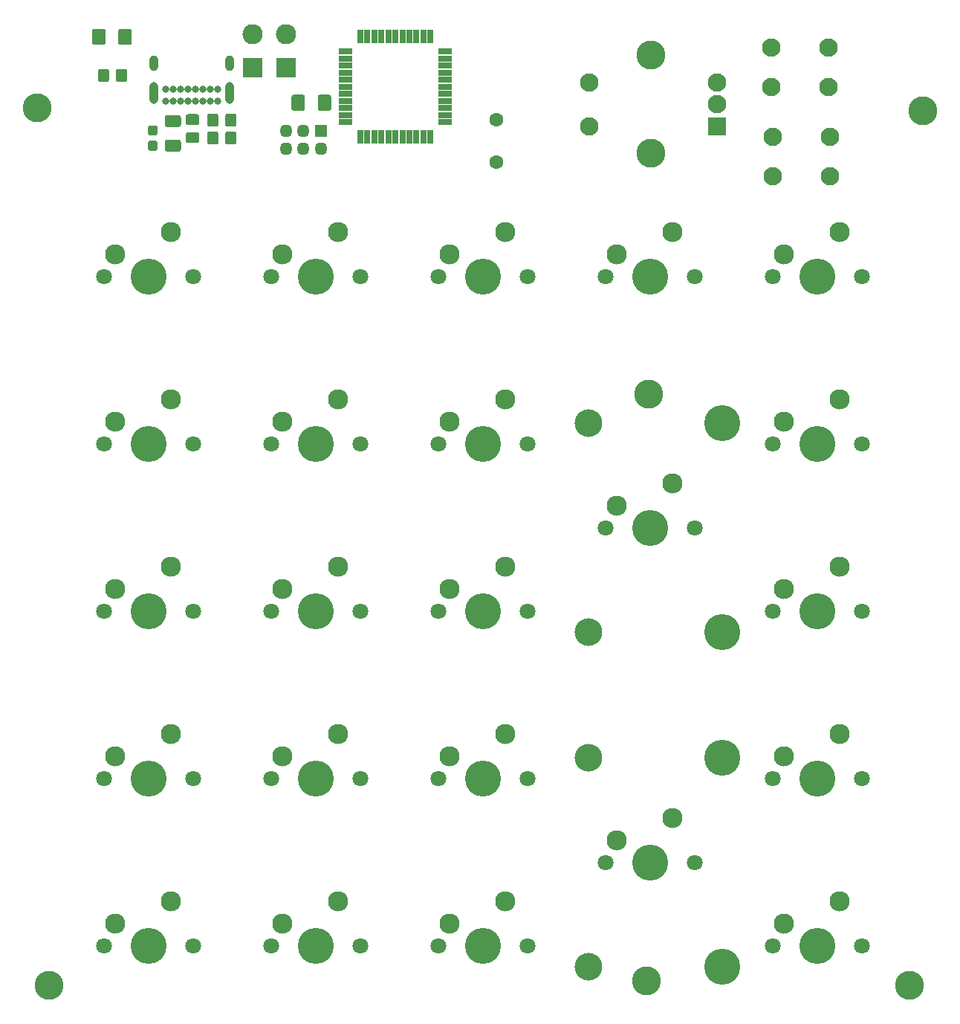
<source format=gbr>
%TF.GenerationSoftware,KiCad,Pcbnew,(5.1.0)-1*%
%TF.CreationDate,2020-10-02T12:35:23-04:00*%
%TF.ProjectId,BadgersHollowSchematic,42616467-6572-4734-986f-6c6c6f775363,rev?*%
%TF.SameCoordinates,Original*%
%TF.FileFunction,Soldermask,Top*%
%TF.FilePolarity,Negative*%
%FSLAX46Y46*%
G04 Gerber Fmt 4.6, Leading zero omitted, Abs format (unit mm)*
G04 Created by KiCad (PCBNEW (5.1.0)-1) date 2020-10-02 12:35:23*
%MOMM*%
%LPD*%
G04 APERTURE LIST*
%ADD10C,1.800000*%
%ADD11C,4.100000*%
%ADD12C,2.300000*%
%ADD13C,3.300000*%
%ADD14C,1.600000*%
%ADD15R,0.650000X1.600000*%
%ADD16R,1.600000X0.650000*%
%ADD17R,2.100000X2.100000*%
%ADD18C,2.100000*%
%ADD19C,3.150000*%
%ADD20C,0.100000*%
%ADD21C,1.250000*%
%ADD22O,1.450000X1.450000*%
%ADD23R,1.450000X1.450000*%
%ADD24O,1.000000X1.800000*%
%ADD25O,1.000000X2.500000*%
%ADD26C,0.800000*%
%ADD27C,1.350000*%
%ADD28C,1.525000*%
%ADD29O,2.300000X2.300000*%
%ADD30R,2.300000X2.300000*%
%ADD31C,1.050000*%
G04 APERTURE END LIST*
D10*
%TO.C,SW5*%
X88265000Y-59055000D03*
X78105000Y-59055000D03*
D11*
X83185000Y-59055000D03*
D12*
X79375000Y-56515000D03*
X85725000Y-53975000D03*
%TD*%
D10*
%TO.C,SW23*%
X50165000Y-135255000D03*
X40005000Y-135255000D03*
D11*
X45085000Y-135255000D03*
D12*
X41275000Y-132715000D03*
X47625000Y-130175000D03*
%TD*%
D13*
%TO.C,REF\002A\002A*%
X32430720Y-39847520D03*
%TD*%
%TO.C,REF\002A\002A*%
X102108000Y-72390000D03*
%TD*%
%TO.C,REF\002A\002A*%
X33782000Y-139700000D03*
%TD*%
%TO.C,REF\002A\002A*%
X101854000Y-139192000D03*
%TD*%
%TO.C,REF\002A\002A*%
X131826000Y-139700000D03*
%TD*%
%TO.C,REF\002A\002A*%
X133350000Y-40132000D03*
%TD*%
D14*
%TO.C,Y1*%
X84764880Y-46033080D03*
X84764880Y-41153080D03*
%TD*%
D15*
%TO.C,U1*%
X69228200Y-31724360D03*
X70028200Y-31724360D03*
X70828200Y-31724360D03*
X71628200Y-31724360D03*
X72428200Y-31724360D03*
X73228200Y-31724360D03*
X74028200Y-31724360D03*
X74828200Y-31724360D03*
X75628200Y-31724360D03*
X76428200Y-31724360D03*
X77228200Y-31724360D03*
D16*
X78928200Y-33424360D03*
X78928200Y-34224360D03*
X78928200Y-35024360D03*
X78928200Y-35824360D03*
X78928200Y-36624360D03*
X78928200Y-37424360D03*
X78928200Y-38224360D03*
X78928200Y-39024360D03*
X78928200Y-39824360D03*
X78928200Y-40624360D03*
X78928200Y-41424360D03*
D15*
X77228200Y-43124360D03*
X76428200Y-43124360D03*
X75628200Y-43124360D03*
X74828200Y-43124360D03*
X74028200Y-43124360D03*
X73228200Y-43124360D03*
X72428200Y-43124360D03*
X71628200Y-43124360D03*
X70828200Y-43124360D03*
X70028200Y-43124360D03*
X69228200Y-43124360D03*
D16*
X67528200Y-41424360D03*
X67528200Y-40624360D03*
X67528200Y-39824360D03*
X67528200Y-39024360D03*
X67528200Y-38224360D03*
X67528200Y-37424360D03*
X67528200Y-36624360D03*
X67528200Y-35824360D03*
X67528200Y-35024360D03*
X67528200Y-34224360D03*
X67528200Y-33424360D03*
%TD*%
D17*
%TO.C,SW27*%
X109855000Y-41910000D03*
D18*
X109855000Y-39410000D03*
X109855000Y-36910000D03*
D13*
X102355000Y-45010000D03*
X102355000Y-33810000D03*
D18*
X95355000Y-41910000D03*
X95355000Y-36910000D03*
%TD*%
D10*
%TO.C,SW26*%
X126365000Y-135255000D03*
X116205000Y-135255000D03*
D11*
X121285000Y-135255000D03*
D12*
X117475000Y-132715000D03*
X123825000Y-130175000D03*
%TD*%
D10*
%TO.C,SW25*%
X88265000Y-135255000D03*
X78105000Y-135255000D03*
D11*
X83185000Y-135255000D03*
D12*
X79375000Y-132715000D03*
X85725000Y-130175000D03*
%TD*%
D10*
%TO.C,SW24*%
X69215000Y-135255000D03*
X59055000Y-135255000D03*
D11*
X64135000Y-135255000D03*
D12*
X60325000Y-132715000D03*
X66675000Y-130175000D03*
%TD*%
D10*
%TO.C,SW22*%
X126365000Y-116205000D03*
X116205000Y-116205000D03*
D11*
X121285000Y-116205000D03*
D12*
X117475000Y-113665000D03*
X123825000Y-111125000D03*
%TD*%
D19*
%TO.C,SW21*%
X95235000Y-113830000D03*
X95235000Y-137630000D03*
D11*
X110475000Y-137630000D03*
X110475000Y-113830000D03*
D10*
X107315000Y-125730000D03*
X97155000Y-125730000D03*
D11*
X102235000Y-125730000D03*
D12*
X98425000Y-123190000D03*
X104775000Y-120650000D03*
%TD*%
D10*
%TO.C,SW20*%
X88265000Y-116205000D03*
X78105000Y-116205000D03*
D11*
X83185000Y-116205000D03*
D12*
X79375000Y-113665000D03*
X85725000Y-111125000D03*
%TD*%
D10*
%TO.C,SW19*%
X69215000Y-116205000D03*
X59055000Y-116205000D03*
D11*
X64135000Y-116205000D03*
D12*
X60325000Y-113665000D03*
X66675000Y-111125000D03*
%TD*%
D10*
%TO.C,SW18*%
X50165000Y-116205000D03*
X40005000Y-116205000D03*
D11*
X45085000Y-116205000D03*
D12*
X41275000Y-113665000D03*
X47625000Y-111125000D03*
%TD*%
D10*
%TO.C,SW17*%
X126365000Y-97155000D03*
X116205000Y-97155000D03*
D11*
X121285000Y-97155000D03*
D12*
X117475000Y-94615000D03*
X123825000Y-92075000D03*
%TD*%
D10*
%TO.C,SW15*%
X88265000Y-97155000D03*
X78105000Y-97155000D03*
D11*
X83185000Y-97155000D03*
D12*
X79375000Y-94615000D03*
X85725000Y-92075000D03*
%TD*%
D10*
%TO.C,SW14*%
X69215000Y-97155000D03*
X59055000Y-97155000D03*
D11*
X64135000Y-97155000D03*
D12*
X60325000Y-94615000D03*
X66675000Y-92075000D03*
%TD*%
D10*
%TO.C,SW13*%
X50165000Y-97155000D03*
X40005000Y-97155000D03*
D11*
X45085000Y-97155000D03*
D12*
X41275000Y-94615000D03*
X47625000Y-92075000D03*
%TD*%
D10*
%TO.C,SW12*%
X126365000Y-78105000D03*
X116205000Y-78105000D03*
D11*
X121285000Y-78105000D03*
D12*
X117475000Y-75565000D03*
X123825000Y-73025000D03*
%TD*%
D19*
%TO.C,SW11*%
X95235000Y-75730000D03*
X95235000Y-99530000D03*
D11*
X110475000Y-99530000D03*
X110475000Y-75730000D03*
D10*
X107315000Y-87630000D03*
X97155000Y-87630000D03*
D11*
X102235000Y-87630000D03*
D12*
X98425000Y-85090000D03*
X104775000Y-82550000D03*
%TD*%
D10*
%TO.C,SW10*%
X88265000Y-78105000D03*
X78105000Y-78105000D03*
D11*
X83185000Y-78105000D03*
D12*
X79375000Y-75565000D03*
X85725000Y-73025000D03*
%TD*%
D10*
%TO.C,SW9*%
X69215000Y-78105000D03*
X59055000Y-78105000D03*
D11*
X64135000Y-78105000D03*
D12*
X60325000Y-75565000D03*
X66675000Y-73025000D03*
%TD*%
D10*
%TO.C,SW8*%
X50165000Y-78105000D03*
X40005000Y-78105000D03*
D11*
X45085000Y-78105000D03*
D12*
X41275000Y-75565000D03*
X47625000Y-73025000D03*
%TD*%
D10*
%TO.C,SW7*%
X126365000Y-59055000D03*
X116205000Y-59055000D03*
D11*
X121285000Y-59055000D03*
D12*
X117475000Y-56515000D03*
X123825000Y-53975000D03*
%TD*%
D10*
%TO.C,SW6*%
X107315000Y-59055000D03*
X97155000Y-59055000D03*
D11*
X102235000Y-59055000D03*
D12*
X98425000Y-56515000D03*
X104775000Y-53975000D03*
%TD*%
D10*
%TO.C,SW4*%
X69215000Y-59055000D03*
X59055000Y-59055000D03*
D11*
X64135000Y-59055000D03*
D12*
X60325000Y-56515000D03*
X66675000Y-53975000D03*
%TD*%
D10*
%TO.C,SW3*%
X50165000Y-59055000D03*
X40005000Y-59055000D03*
D11*
X45085000Y-59055000D03*
D12*
X41275000Y-56515000D03*
X47625000Y-53975000D03*
%TD*%
D18*
%TO.C,SW2*%
X116248040Y-47599600D03*
X116248040Y-43099600D03*
X122748040Y-47599600D03*
X122748040Y-43099600D03*
%TD*%
%TO.C,SW1*%
X116070240Y-37475160D03*
X116070240Y-32975160D03*
X122570240Y-37475160D03*
X122570240Y-32975160D03*
%TD*%
D20*
%TO.C,R7*%
G36*
X40350497Y-35375188D02*
G01*
X40376875Y-35379101D01*
X40402743Y-35385581D01*
X40427852Y-35394565D01*
X40451958Y-35405966D01*
X40474832Y-35419676D01*
X40496251Y-35435562D01*
X40516010Y-35453470D01*
X40533918Y-35473229D01*
X40549804Y-35494648D01*
X40563514Y-35517522D01*
X40574915Y-35541628D01*
X40583899Y-35566737D01*
X40590379Y-35592605D01*
X40594292Y-35618983D01*
X40595600Y-35645618D01*
X40595600Y-36602142D01*
X40594292Y-36628777D01*
X40590379Y-36655155D01*
X40583899Y-36681023D01*
X40574915Y-36706132D01*
X40563514Y-36730238D01*
X40549804Y-36753112D01*
X40533918Y-36774531D01*
X40516010Y-36794290D01*
X40496251Y-36812198D01*
X40474832Y-36828084D01*
X40451958Y-36841794D01*
X40427852Y-36853195D01*
X40402743Y-36862179D01*
X40376875Y-36868659D01*
X40350497Y-36872572D01*
X40323862Y-36873880D01*
X39617338Y-36873880D01*
X39590703Y-36872572D01*
X39564325Y-36868659D01*
X39538457Y-36862179D01*
X39513348Y-36853195D01*
X39489242Y-36841794D01*
X39466368Y-36828084D01*
X39444949Y-36812198D01*
X39425190Y-36794290D01*
X39407282Y-36774531D01*
X39391396Y-36753112D01*
X39377686Y-36730238D01*
X39366285Y-36706132D01*
X39357301Y-36681023D01*
X39350821Y-36655155D01*
X39346908Y-36628777D01*
X39345600Y-36602142D01*
X39345600Y-35645618D01*
X39346908Y-35618983D01*
X39350821Y-35592605D01*
X39357301Y-35566737D01*
X39366285Y-35541628D01*
X39377686Y-35517522D01*
X39391396Y-35494648D01*
X39407282Y-35473229D01*
X39425190Y-35453470D01*
X39444949Y-35435562D01*
X39466368Y-35419676D01*
X39489242Y-35405966D01*
X39513348Y-35394565D01*
X39538457Y-35385581D01*
X39564325Y-35379101D01*
X39590703Y-35375188D01*
X39617338Y-35373880D01*
X40323862Y-35373880D01*
X40350497Y-35375188D01*
X40350497Y-35375188D01*
G37*
D21*
X39970600Y-36123880D03*
D20*
G36*
X42400497Y-35375188D02*
G01*
X42426875Y-35379101D01*
X42452743Y-35385581D01*
X42477852Y-35394565D01*
X42501958Y-35405966D01*
X42524832Y-35419676D01*
X42546251Y-35435562D01*
X42566010Y-35453470D01*
X42583918Y-35473229D01*
X42599804Y-35494648D01*
X42613514Y-35517522D01*
X42624915Y-35541628D01*
X42633899Y-35566737D01*
X42640379Y-35592605D01*
X42644292Y-35618983D01*
X42645600Y-35645618D01*
X42645600Y-36602142D01*
X42644292Y-36628777D01*
X42640379Y-36655155D01*
X42633899Y-36681023D01*
X42624915Y-36706132D01*
X42613514Y-36730238D01*
X42599804Y-36753112D01*
X42583918Y-36774531D01*
X42566010Y-36794290D01*
X42546251Y-36812198D01*
X42524832Y-36828084D01*
X42501958Y-36841794D01*
X42477852Y-36853195D01*
X42452743Y-36862179D01*
X42426875Y-36868659D01*
X42400497Y-36872572D01*
X42373862Y-36873880D01*
X41667338Y-36873880D01*
X41640703Y-36872572D01*
X41614325Y-36868659D01*
X41588457Y-36862179D01*
X41563348Y-36853195D01*
X41539242Y-36841794D01*
X41516368Y-36828084D01*
X41494949Y-36812198D01*
X41475190Y-36794290D01*
X41457282Y-36774531D01*
X41441396Y-36753112D01*
X41427686Y-36730238D01*
X41416285Y-36706132D01*
X41407301Y-36681023D01*
X41400821Y-36655155D01*
X41396908Y-36628777D01*
X41395600Y-36602142D01*
X41395600Y-35645618D01*
X41396908Y-35618983D01*
X41400821Y-35592605D01*
X41407301Y-35566737D01*
X41416285Y-35541628D01*
X41427686Y-35517522D01*
X41441396Y-35494648D01*
X41457282Y-35473229D01*
X41475190Y-35453470D01*
X41494949Y-35435562D01*
X41516368Y-35419676D01*
X41539242Y-35405966D01*
X41563348Y-35394565D01*
X41588457Y-35385581D01*
X41614325Y-35379101D01*
X41640703Y-35375188D01*
X41667338Y-35373880D01*
X42373862Y-35373880D01*
X42400497Y-35375188D01*
X42400497Y-35375188D01*
G37*
D21*
X42020600Y-36123880D03*
%TD*%
D20*
%TO.C,R6*%
G36*
X50614017Y-40536788D02*
G01*
X50640395Y-40540701D01*
X50666263Y-40547181D01*
X50691372Y-40556165D01*
X50715478Y-40567566D01*
X50738352Y-40581276D01*
X50759771Y-40597162D01*
X50779530Y-40615070D01*
X50797438Y-40634829D01*
X50813324Y-40656248D01*
X50827034Y-40679122D01*
X50838435Y-40703228D01*
X50847419Y-40728337D01*
X50853899Y-40754205D01*
X50857812Y-40780583D01*
X50859120Y-40807218D01*
X50859120Y-41513742D01*
X50857812Y-41540377D01*
X50853899Y-41566755D01*
X50847419Y-41592623D01*
X50838435Y-41617732D01*
X50827034Y-41641838D01*
X50813324Y-41664712D01*
X50797438Y-41686131D01*
X50779530Y-41705890D01*
X50759771Y-41723798D01*
X50738352Y-41739684D01*
X50715478Y-41753394D01*
X50691372Y-41764795D01*
X50666263Y-41773779D01*
X50640395Y-41780259D01*
X50614017Y-41784172D01*
X50587382Y-41785480D01*
X49630858Y-41785480D01*
X49604223Y-41784172D01*
X49577845Y-41780259D01*
X49551977Y-41773779D01*
X49526868Y-41764795D01*
X49502762Y-41753394D01*
X49479888Y-41739684D01*
X49458469Y-41723798D01*
X49438710Y-41705890D01*
X49420802Y-41686131D01*
X49404916Y-41664712D01*
X49391206Y-41641838D01*
X49379805Y-41617732D01*
X49370821Y-41592623D01*
X49364341Y-41566755D01*
X49360428Y-41540377D01*
X49359120Y-41513742D01*
X49359120Y-40807218D01*
X49360428Y-40780583D01*
X49364341Y-40754205D01*
X49370821Y-40728337D01*
X49379805Y-40703228D01*
X49391206Y-40679122D01*
X49404916Y-40656248D01*
X49420802Y-40634829D01*
X49438710Y-40615070D01*
X49458469Y-40597162D01*
X49479888Y-40581276D01*
X49502762Y-40567566D01*
X49526868Y-40556165D01*
X49551977Y-40547181D01*
X49577845Y-40540701D01*
X49604223Y-40536788D01*
X49630858Y-40535480D01*
X50587382Y-40535480D01*
X50614017Y-40536788D01*
X50614017Y-40536788D01*
G37*
D21*
X50109120Y-41160480D03*
D20*
G36*
X50614017Y-42586788D02*
G01*
X50640395Y-42590701D01*
X50666263Y-42597181D01*
X50691372Y-42606165D01*
X50715478Y-42617566D01*
X50738352Y-42631276D01*
X50759771Y-42647162D01*
X50779530Y-42665070D01*
X50797438Y-42684829D01*
X50813324Y-42706248D01*
X50827034Y-42729122D01*
X50838435Y-42753228D01*
X50847419Y-42778337D01*
X50853899Y-42804205D01*
X50857812Y-42830583D01*
X50859120Y-42857218D01*
X50859120Y-43563742D01*
X50857812Y-43590377D01*
X50853899Y-43616755D01*
X50847419Y-43642623D01*
X50838435Y-43667732D01*
X50827034Y-43691838D01*
X50813324Y-43714712D01*
X50797438Y-43736131D01*
X50779530Y-43755890D01*
X50759771Y-43773798D01*
X50738352Y-43789684D01*
X50715478Y-43803394D01*
X50691372Y-43814795D01*
X50666263Y-43823779D01*
X50640395Y-43830259D01*
X50614017Y-43834172D01*
X50587382Y-43835480D01*
X49630858Y-43835480D01*
X49604223Y-43834172D01*
X49577845Y-43830259D01*
X49551977Y-43823779D01*
X49526868Y-43814795D01*
X49502762Y-43803394D01*
X49479888Y-43789684D01*
X49458469Y-43773798D01*
X49438710Y-43755890D01*
X49420802Y-43736131D01*
X49404916Y-43714712D01*
X49391206Y-43691838D01*
X49379805Y-43667732D01*
X49370821Y-43642623D01*
X49364341Y-43616755D01*
X49360428Y-43590377D01*
X49359120Y-43563742D01*
X49359120Y-42857218D01*
X49360428Y-42830583D01*
X49364341Y-42804205D01*
X49370821Y-42778337D01*
X49379805Y-42753228D01*
X49391206Y-42729122D01*
X49404916Y-42706248D01*
X49420802Y-42684829D01*
X49438710Y-42665070D01*
X49458469Y-42647162D01*
X49479888Y-42631276D01*
X49502762Y-42617566D01*
X49526868Y-42606165D01*
X49551977Y-42597181D01*
X49577845Y-42590701D01*
X49604223Y-42586788D01*
X49630858Y-42585480D01*
X50587382Y-42585480D01*
X50614017Y-42586788D01*
X50614017Y-42586788D01*
G37*
D21*
X50109120Y-43210480D03*
%TD*%
D20*
%TO.C,R5*%
G36*
X54851577Y-42497348D02*
G01*
X54877955Y-42501261D01*
X54903823Y-42507741D01*
X54928932Y-42516725D01*
X54953038Y-42528126D01*
X54975912Y-42541836D01*
X54997331Y-42557722D01*
X55017090Y-42575630D01*
X55034998Y-42595389D01*
X55050884Y-42616808D01*
X55064594Y-42639682D01*
X55075995Y-42663788D01*
X55084979Y-42688897D01*
X55091459Y-42714765D01*
X55095372Y-42741143D01*
X55096680Y-42767778D01*
X55096680Y-43724302D01*
X55095372Y-43750937D01*
X55091459Y-43777315D01*
X55084979Y-43803183D01*
X55075995Y-43828292D01*
X55064594Y-43852398D01*
X55050884Y-43875272D01*
X55034998Y-43896691D01*
X55017090Y-43916450D01*
X54997331Y-43934358D01*
X54975912Y-43950244D01*
X54953038Y-43963954D01*
X54928932Y-43975355D01*
X54903823Y-43984339D01*
X54877955Y-43990819D01*
X54851577Y-43994732D01*
X54824942Y-43996040D01*
X54118418Y-43996040D01*
X54091783Y-43994732D01*
X54065405Y-43990819D01*
X54039537Y-43984339D01*
X54014428Y-43975355D01*
X53990322Y-43963954D01*
X53967448Y-43950244D01*
X53946029Y-43934358D01*
X53926270Y-43916450D01*
X53908362Y-43896691D01*
X53892476Y-43875272D01*
X53878766Y-43852398D01*
X53867365Y-43828292D01*
X53858381Y-43803183D01*
X53851901Y-43777315D01*
X53847988Y-43750937D01*
X53846680Y-43724302D01*
X53846680Y-42767778D01*
X53847988Y-42741143D01*
X53851901Y-42714765D01*
X53858381Y-42688897D01*
X53867365Y-42663788D01*
X53878766Y-42639682D01*
X53892476Y-42616808D01*
X53908362Y-42595389D01*
X53926270Y-42575630D01*
X53946029Y-42557722D01*
X53967448Y-42541836D01*
X53990322Y-42528126D01*
X54014428Y-42516725D01*
X54039537Y-42507741D01*
X54065405Y-42501261D01*
X54091783Y-42497348D01*
X54118418Y-42496040D01*
X54824942Y-42496040D01*
X54851577Y-42497348D01*
X54851577Y-42497348D01*
G37*
D21*
X54471680Y-43246040D03*
D20*
G36*
X52801577Y-42497348D02*
G01*
X52827955Y-42501261D01*
X52853823Y-42507741D01*
X52878932Y-42516725D01*
X52903038Y-42528126D01*
X52925912Y-42541836D01*
X52947331Y-42557722D01*
X52967090Y-42575630D01*
X52984998Y-42595389D01*
X53000884Y-42616808D01*
X53014594Y-42639682D01*
X53025995Y-42663788D01*
X53034979Y-42688897D01*
X53041459Y-42714765D01*
X53045372Y-42741143D01*
X53046680Y-42767778D01*
X53046680Y-43724302D01*
X53045372Y-43750937D01*
X53041459Y-43777315D01*
X53034979Y-43803183D01*
X53025995Y-43828292D01*
X53014594Y-43852398D01*
X53000884Y-43875272D01*
X52984998Y-43896691D01*
X52967090Y-43916450D01*
X52947331Y-43934358D01*
X52925912Y-43950244D01*
X52903038Y-43963954D01*
X52878932Y-43975355D01*
X52853823Y-43984339D01*
X52827955Y-43990819D01*
X52801577Y-43994732D01*
X52774942Y-43996040D01*
X52068418Y-43996040D01*
X52041783Y-43994732D01*
X52015405Y-43990819D01*
X51989537Y-43984339D01*
X51964428Y-43975355D01*
X51940322Y-43963954D01*
X51917448Y-43950244D01*
X51896029Y-43934358D01*
X51876270Y-43916450D01*
X51858362Y-43896691D01*
X51842476Y-43875272D01*
X51828766Y-43852398D01*
X51817365Y-43828292D01*
X51808381Y-43803183D01*
X51801901Y-43777315D01*
X51797988Y-43750937D01*
X51796680Y-43724302D01*
X51796680Y-42767778D01*
X51797988Y-42741143D01*
X51801901Y-42714765D01*
X51808381Y-42688897D01*
X51817365Y-42663788D01*
X51828766Y-42639682D01*
X51842476Y-42616808D01*
X51858362Y-42595389D01*
X51876270Y-42575630D01*
X51896029Y-42557722D01*
X51917448Y-42541836D01*
X51940322Y-42528126D01*
X51964428Y-42516725D01*
X51989537Y-42507741D01*
X52015405Y-42501261D01*
X52041783Y-42497348D01*
X52068418Y-42496040D01*
X52774942Y-42496040D01*
X52801577Y-42497348D01*
X52801577Y-42497348D01*
G37*
D21*
X52421680Y-43246040D03*
%TD*%
D20*
%TO.C,R4*%
G36*
X52801577Y-40465348D02*
G01*
X52827955Y-40469261D01*
X52853823Y-40475741D01*
X52878932Y-40484725D01*
X52903038Y-40496126D01*
X52925912Y-40509836D01*
X52947331Y-40525722D01*
X52967090Y-40543630D01*
X52984998Y-40563389D01*
X53000884Y-40584808D01*
X53014594Y-40607682D01*
X53025995Y-40631788D01*
X53034979Y-40656897D01*
X53041459Y-40682765D01*
X53045372Y-40709143D01*
X53046680Y-40735778D01*
X53046680Y-41692302D01*
X53045372Y-41718937D01*
X53041459Y-41745315D01*
X53034979Y-41771183D01*
X53025995Y-41796292D01*
X53014594Y-41820398D01*
X53000884Y-41843272D01*
X52984998Y-41864691D01*
X52967090Y-41884450D01*
X52947331Y-41902358D01*
X52925912Y-41918244D01*
X52903038Y-41931954D01*
X52878932Y-41943355D01*
X52853823Y-41952339D01*
X52827955Y-41958819D01*
X52801577Y-41962732D01*
X52774942Y-41964040D01*
X52068418Y-41964040D01*
X52041783Y-41962732D01*
X52015405Y-41958819D01*
X51989537Y-41952339D01*
X51964428Y-41943355D01*
X51940322Y-41931954D01*
X51917448Y-41918244D01*
X51896029Y-41902358D01*
X51876270Y-41884450D01*
X51858362Y-41864691D01*
X51842476Y-41843272D01*
X51828766Y-41820398D01*
X51817365Y-41796292D01*
X51808381Y-41771183D01*
X51801901Y-41745315D01*
X51797988Y-41718937D01*
X51796680Y-41692302D01*
X51796680Y-40735778D01*
X51797988Y-40709143D01*
X51801901Y-40682765D01*
X51808381Y-40656897D01*
X51817365Y-40631788D01*
X51828766Y-40607682D01*
X51842476Y-40584808D01*
X51858362Y-40563389D01*
X51876270Y-40543630D01*
X51896029Y-40525722D01*
X51917448Y-40509836D01*
X51940322Y-40496126D01*
X51964428Y-40484725D01*
X51989537Y-40475741D01*
X52015405Y-40469261D01*
X52041783Y-40465348D01*
X52068418Y-40464040D01*
X52774942Y-40464040D01*
X52801577Y-40465348D01*
X52801577Y-40465348D01*
G37*
D21*
X52421680Y-41214040D03*
D20*
G36*
X54851577Y-40465348D02*
G01*
X54877955Y-40469261D01*
X54903823Y-40475741D01*
X54928932Y-40484725D01*
X54953038Y-40496126D01*
X54975912Y-40509836D01*
X54997331Y-40525722D01*
X55017090Y-40543630D01*
X55034998Y-40563389D01*
X55050884Y-40584808D01*
X55064594Y-40607682D01*
X55075995Y-40631788D01*
X55084979Y-40656897D01*
X55091459Y-40682765D01*
X55095372Y-40709143D01*
X55096680Y-40735778D01*
X55096680Y-41692302D01*
X55095372Y-41718937D01*
X55091459Y-41745315D01*
X55084979Y-41771183D01*
X55075995Y-41796292D01*
X55064594Y-41820398D01*
X55050884Y-41843272D01*
X55034998Y-41864691D01*
X55017090Y-41884450D01*
X54997331Y-41902358D01*
X54975912Y-41918244D01*
X54953038Y-41931954D01*
X54928932Y-41943355D01*
X54903823Y-41952339D01*
X54877955Y-41958819D01*
X54851577Y-41962732D01*
X54824942Y-41964040D01*
X54118418Y-41964040D01*
X54091783Y-41962732D01*
X54065405Y-41958819D01*
X54039537Y-41952339D01*
X54014428Y-41943355D01*
X53990322Y-41931954D01*
X53967448Y-41918244D01*
X53946029Y-41902358D01*
X53926270Y-41884450D01*
X53908362Y-41864691D01*
X53892476Y-41843272D01*
X53878766Y-41820398D01*
X53867365Y-41796292D01*
X53858381Y-41771183D01*
X53851901Y-41745315D01*
X53847988Y-41718937D01*
X53846680Y-41692302D01*
X53846680Y-40735778D01*
X53847988Y-40709143D01*
X53851901Y-40682765D01*
X53858381Y-40656897D01*
X53867365Y-40631788D01*
X53878766Y-40607682D01*
X53892476Y-40584808D01*
X53908362Y-40563389D01*
X53926270Y-40543630D01*
X53946029Y-40525722D01*
X53967448Y-40509836D01*
X53990322Y-40496126D01*
X54014428Y-40484725D01*
X54039537Y-40475741D01*
X54065405Y-40469261D01*
X54091783Y-40465348D01*
X54118418Y-40464040D01*
X54824942Y-40464040D01*
X54851577Y-40465348D01*
X54851577Y-40465348D01*
G37*
D21*
X54471680Y-41214040D03*
%TD*%
D22*
%TO.C,J2*%
X60759840Y-44443400D03*
X60759840Y-42443400D03*
X62759840Y-44443400D03*
X62759840Y-42443400D03*
X64759840Y-44443400D03*
D23*
X64759840Y-42443400D03*
%TD*%
D24*
%TO.C,J1*%
X45669160Y-34715360D03*
X54319160Y-34715360D03*
D25*
X45669160Y-38095360D03*
X54319160Y-38095360D03*
D26*
X49569160Y-37725360D03*
X47019160Y-37725360D03*
X47869160Y-37725360D03*
X48719160Y-37725360D03*
X52969160Y-37725360D03*
X51269160Y-37725360D03*
X50419160Y-37725360D03*
X52119160Y-37725360D03*
X47019160Y-39075360D03*
X47869160Y-39075360D03*
X48719160Y-39075360D03*
X49569160Y-39075360D03*
X50419160Y-39075360D03*
X51269160Y-39075360D03*
X52119160Y-39075360D03*
X52969160Y-39075360D03*
%TD*%
D20*
%TO.C,F1*%
G36*
X48550305Y-40636860D02*
G01*
X48576514Y-40640748D01*
X48602217Y-40647186D01*
X48627165Y-40656113D01*
X48651117Y-40667441D01*
X48673844Y-40681063D01*
X48695126Y-40696847D01*
X48714759Y-40714641D01*
X48732553Y-40734274D01*
X48748337Y-40755556D01*
X48761959Y-40778283D01*
X48773287Y-40802235D01*
X48782214Y-40827183D01*
X48788652Y-40852886D01*
X48792540Y-40879095D01*
X48793840Y-40905560D01*
X48793840Y-41715560D01*
X48792540Y-41742025D01*
X48788652Y-41768234D01*
X48782214Y-41793937D01*
X48773287Y-41818885D01*
X48761959Y-41842837D01*
X48748337Y-41865564D01*
X48732553Y-41886846D01*
X48714759Y-41906479D01*
X48695126Y-41924273D01*
X48673844Y-41940057D01*
X48651117Y-41953679D01*
X48627165Y-41965007D01*
X48602217Y-41973934D01*
X48576514Y-41980372D01*
X48550305Y-41984260D01*
X48523840Y-41985560D01*
X47213840Y-41985560D01*
X47187375Y-41984260D01*
X47161166Y-41980372D01*
X47135463Y-41973934D01*
X47110515Y-41965007D01*
X47086563Y-41953679D01*
X47063836Y-41940057D01*
X47042554Y-41924273D01*
X47022921Y-41906479D01*
X47005127Y-41886846D01*
X46989343Y-41865564D01*
X46975721Y-41842837D01*
X46964393Y-41818885D01*
X46955466Y-41793937D01*
X46949028Y-41768234D01*
X46945140Y-41742025D01*
X46943840Y-41715560D01*
X46943840Y-40905560D01*
X46945140Y-40879095D01*
X46949028Y-40852886D01*
X46955466Y-40827183D01*
X46964393Y-40802235D01*
X46975721Y-40778283D01*
X46989343Y-40755556D01*
X47005127Y-40734274D01*
X47022921Y-40714641D01*
X47042554Y-40696847D01*
X47063836Y-40681063D01*
X47086563Y-40667441D01*
X47110515Y-40656113D01*
X47135463Y-40647186D01*
X47161166Y-40640748D01*
X47187375Y-40636860D01*
X47213840Y-40635560D01*
X48523840Y-40635560D01*
X48550305Y-40636860D01*
X48550305Y-40636860D01*
G37*
D27*
X47868840Y-41310560D03*
D20*
G36*
X48550305Y-43436860D02*
G01*
X48576514Y-43440748D01*
X48602217Y-43447186D01*
X48627165Y-43456113D01*
X48651117Y-43467441D01*
X48673844Y-43481063D01*
X48695126Y-43496847D01*
X48714759Y-43514641D01*
X48732553Y-43534274D01*
X48748337Y-43555556D01*
X48761959Y-43578283D01*
X48773287Y-43602235D01*
X48782214Y-43627183D01*
X48788652Y-43652886D01*
X48792540Y-43679095D01*
X48793840Y-43705560D01*
X48793840Y-44515560D01*
X48792540Y-44542025D01*
X48788652Y-44568234D01*
X48782214Y-44593937D01*
X48773287Y-44618885D01*
X48761959Y-44642837D01*
X48748337Y-44665564D01*
X48732553Y-44686846D01*
X48714759Y-44706479D01*
X48695126Y-44724273D01*
X48673844Y-44740057D01*
X48651117Y-44753679D01*
X48627165Y-44765007D01*
X48602217Y-44773934D01*
X48576514Y-44780372D01*
X48550305Y-44784260D01*
X48523840Y-44785560D01*
X47213840Y-44785560D01*
X47187375Y-44784260D01*
X47161166Y-44780372D01*
X47135463Y-44773934D01*
X47110515Y-44765007D01*
X47086563Y-44753679D01*
X47063836Y-44740057D01*
X47042554Y-44724273D01*
X47022921Y-44706479D01*
X47005127Y-44686846D01*
X46989343Y-44665564D01*
X46975721Y-44642837D01*
X46964393Y-44618885D01*
X46955466Y-44593937D01*
X46949028Y-44568234D01*
X46945140Y-44542025D01*
X46943840Y-44515560D01*
X46943840Y-43705560D01*
X46945140Y-43679095D01*
X46949028Y-43652886D01*
X46955466Y-43627183D01*
X46964393Y-43602235D01*
X46975721Y-43578283D01*
X46989343Y-43555556D01*
X47005127Y-43534274D01*
X47022921Y-43514641D01*
X47042554Y-43496847D01*
X47063836Y-43481063D01*
X47086563Y-43467441D01*
X47110515Y-43456113D01*
X47135463Y-43447186D01*
X47161166Y-43440748D01*
X47187375Y-43436860D01*
X47213840Y-43435560D01*
X48523840Y-43435560D01*
X48550305Y-43436860D01*
X48550305Y-43436860D01*
G37*
D27*
X47868840Y-44110560D03*
%TD*%
D20*
%TO.C,D3*%
G36*
X39963240Y-30811048D02*
G01*
X39989211Y-30814901D01*
X40014680Y-30821280D01*
X40039401Y-30830126D01*
X40063135Y-30841351D01*
X40085655Y-30854849D01*
X40106744Y-30870490D01*
X40126198Y-30888122D01*
X40143830Y-30907576D01*
X40159471Y-30928665D01*
X40172969Y-30951185D01*
X40184194Y-30974919D01*
X40193040Y-30999640D01*
X40199419Y-31025109D01*
X40203272Y-31051080D01*
X40204560Y-31077304D01*
X40204560Y-32392216D01*
X40203272Y-32418440D01*
X40199419Y-32444411D01*
X40193040Y-32469880D01*
X40184194Y-32494601D01*
X40172969Y-32518335D01*
X40159471Y-32540855D01*
X40143830Y-32561944D01*
X40126198Y-32581398D01*
X40106744Y-32599030D01*
X40085655Y-32614671D01*
X40063135Y-32628169D01*
X40039401Y-32639394D01*
X40014680Y-32648240D01*
X39989211Y-32654619D01*
X39963240Y-32658472D01*
X39937016Y-32659760D01*
X38947104Y-32659760D01*
X38920880Y-32658472D01*
X38894909Y-32654619D01*
X38869440Y-32648240D01*
X38844719Y-32639394D01*
X38820985Y-32628169D01*
X38798465Y-32614671D01*
X38777376Y-32599030D01*
X38757922Y-32581398D01*
X38740290Y-32561944D01*
X38724649Y-32540855D01*
X38711151Y-32518335D01*
X38699926Y-32494601D01*
X38691080Y-32469880D01*
X38684701Y-32444411D01*
X38680848Y-32418440D01*
X38679560Y-32392216D01*
X38679560Y-31077304D01*
X38680848Y-31051080D01*
X38684701Y-31025109D01*
X38691080Y-30999640D01*
X38699926Y-30974919D01*
X38711151Y-30951185D01*
X38724649Y-30928665D01*
X38740290Y-30907576D01*
X38757922Y-30888122D01*
X38777376Y-30870490D01*
X38798465Y-30854849D01*
X38820985Y-30841351D01*
X38844719Y-30830126D01*
X38869440Y-30821280D01*
X38894909Y-30814901D01*
X38920880Y-30811048D01*
X38947104Y-30809760D01*
X39937016Y-30809760D01*
X39963240Y-30811048D01*
X39963240Y-30811048D01*
G37*
D28*
X39442060Y-31734760D03*
D20*
G36*
X42938240Y-30811048D02*
G01*
X42964211Y-30814901D01*
X42989680Y-30821280D01*
X43014401Y-30830126D01*
X43038135Y-30841351D01*
X43060655Y-30854849D01*
X43081744Y-30870490D01*
X43101198Y-30888122D01*
X43118830Y-30907576D01*
X43134471Y-30928665D01*
X43147969Y-30951185D01*
X43159194Y-30974919D01*
X43168040Y-30999640D01*
X43174419Y-31025109D01*
X43178272Y-31051080D01*
X43179560Y-31077304D01*
X43179560Y-32392216D01*
X43178272Y-32418440D01*
X43174419Y-32444411D01*
X43168040Y-32469880D01*
X43159194Y-32494601D01*
X43147969Y-32518335D01*
X43134471Y-32540855D01*
X43118830Y-32561944D01*
X43101198Y-32581398D01*
X43081744Y-32599030D01*
X43060655Y-32614671D01*
X43038135Y-32628169D01*
X43014401Y-32639394D01*
X42989680Y-32648240D01*
X42964211Y-32654619D01*
X42938240Y-32658472D01*
X42912016Y-32659760D01*
X41922104Y-32659760D01*
X41895880Y-32658472D01*
X41869909Y-32654619D01*
X41844440Y-32648240D01*
X41819719Y-32639394D01*
X41795985Y-32628169D01*
X41773465Y-32614671D01*
X41752376Y-32599030D01*
X41732922Y-32581398D01*
X41715290Y-32561944D01*
X41699649Y-32540855D01*
X41686151Y-32518335D01*
X41674926Y-32494601D01*
X41666080Y-32469880D01*
X41659701Y-32444411D01*
X41655848Y-32418440D01*
X41654560Y-32392216D01*
X41654560Y-31077304D01*
X41655848Y-31051080D01*
X41659701Y-31025109D01*
X41666080Y-30999640D01*
X41674926Y-30974919D01*
X41686151Y-30951185D01*
X41699649Y-30928665D01*
X41715290Y-30907576D01*
X41732922Y-30888122D01*
X41752376Y-30870490D01*
X41773465Y-30854849D01*
X41795985Y-30841351D01*
X41819719Y-30830126D01*
X41844440Y-30821280D01*
X41869909Y-30814901D01*
X41895880Y-30811048D01*
X41922104Y-30809760D01*
X42912016Y-30809760D01*
X42938240Y-30811048D01*
X42938240Y-30811048D01*
G37*
D28*
X42417060Y-31734760D03*
%TD*%
D29*
%TO.C,D2*%
X60741560Y-31424880D03*
D30*
X60741560Y-35234880D03*
%TD*%
D29*
%TO.C,D1*%
X56931560Y-31424880D03*
D30*
X56931560Y-35234880D03*
%TD*%
D20*
%TO.C,C4*%
G36*
X45865989Y-41811304D02*
G01*
X45891471Y-41815084D01*
X45916460Y-41821343D01*
X45940714Y-41830022D01*
X45964002Y-41841036D01*
X45986097Y-41854279D01*
X46006788Y-41869625D01*
X46025876Y-41886924D01*
X46043175Y-41906012D01*
X46058521Y-41926703D01*
X46071764Y-41948798D01*
X46082778Y-41972086D01*
X46091457Y-41996340D01*
X46097716Y-42021329D01*
X46101496Y-42046811D01*
X46102760Y-42072540D01*
X46102760Y-42697540D01*
X46101496Y-42723269D01*
X46097716Y-42748751D01*
X46091457Y-42773740D01*
X46082778Y-42797994D01*
X46071764Y-42821282D01*
X46058521Y-42843377D01*
X46043175Y-42864068D01*
X46025876Y-42883156D01*
X46006788Y-42900455D01*
X45986097Y-42915801D01*
X45964002Y-42929044D01*
X45940714Y-42940058D01*
X45916460Y-42948737D01*
X45891471Y-42954996D01*
X45865989Y-42958776D01*
X45840260Y-42960040D01*
X45315260Y-42960040D01*
X45289531Y-42958776D01*
X45264049Y-42954996D01*
X45239060Y-42948737D01*
X45214806Y-42940058D01*
X45191518Y-42929044D01*
X45169423Y-42915801D01*
X45148732Y-42900455D01*
X45129644Y-42883156D01*
X45112345Y-42864068D01*
X45096999Y-42843377D01*
X45083756Y-42821282D01*
X45072742Y-42797994D01*
X45064063Y-42773740D01*
X45057804Y-42748751D01*
X45054024Y-42723269D01*
X45052760Y-42697540D01*
X45052760Y-42072540D01*
X45054024Y-42046811D01*
X45057804Y-42021329D01*
X45064063Y-41996340D01*
X45072742Y-41972086D01*
X45083756Y-41948798D01*
X45096999Y-41926703D01*
X45112345Y-41906012D01*
X45129644Y-41886924D01*
X45148732Y-41869625D01*
X45169423Y-41854279D01*
X45191518Y-41841036D01*
X45214806Y-41830022D01*
X45239060Y-41821343D01*
X45264049Y-41815084D01*
X45289531Y-41811304D01*
X45315260Y-41810040D01*
X45840260Y-41810040D01*
X45865989Y-41811304D01*
X45865989Y-41811304D01*
G37*
D31*
X45577760Y-42385040D03*
D20*
G36*
X45865989Y-43561304D02*
G01*
X45891471Y-43565084D01*
X45916460Y-43571343D01*
X45940714Y-43580022D01*
X45964002Y-43591036D01*
X45986097Y-43604279D01*
X46006788Y-43619625D01*
X46025876Y-43636924D01*
X46043175Y-43656012D01*
X46058521Y-43676703D01*
X46071764Y-43698798D01*
X46082778Y-43722086D01*
X46091457Y-43746340D01*
X46097716Y-43771329D01*
X46101496Y-43796811D01*
X46102760Y-43822540D01*
X46102760Y-44447540D01*
X46101496Y-44473269D01*
X46097716Y-44498751D01*
X46091457Y-44523740D01*
X46082778Y-44547994D01*
X46071764Y-44571282D01*
X46058521Y-44593377D01*
X46043175Y-44614068D01*
X46025876Y-44633156D01*
X46006788Y-44650455D01*
X45986097Y-44665801D01*
X45964002Y-44679044D01*
X45940714Y-44690058D01*
X45916460Y-44698737D01*
X45891471Y-44704996D01*
X45865989Y-44708776D01*
X45840260Y-44710040D01*
X45315260Y-44710040D01*
X45289531Y-44708776D01*
X45264049Y-44704996D01*
X45239060Y-44698737D01*
X45214806Y-44690058D01*
X45191518Y-44679044D01*
X45169423Y-44665801D01*
X45148732Y-44650455D01*
X45129644Y-44633156D01*
X45112345Y-44614068D01*
X45096999Y-44593377D01*
X45083756Y-44571282D01*
X45072742Y-44547994D01*
X45064063Y-44523740D01*
X45057804Y-44498751D01*
X45054024Y-44473269D01*
X45052760Y-44447540D01*
X45052760Y-43822540D01*
X45054024Y-43796811D01*
X45057804Y-43771329D01*
X45064063Y-43746340D01*
X45072742Y-43722086D01*
X45083756Y-43698798D01*
X45096999Y-43676703D01*
X45112345Y-43656012D01*
X45129644Y-43636924D01*
X45148732Y-43619625D01*
X45169423Y-43604279D01*
X45191518Y-43591036D01*
X45214806Y-43580022D01*
X45239060Y-43571343D01*
X45264049Y-43565084D01*
X45289531Y-43561304D01*
X45315260Y-43560040D01*
X45840260Y-43560040D01*
X45865989Y-43561304D01*
X45865989Y-43561304D01*
G37*
D31*
X45577760Y-44135040D03*
%TD*%
D20*
%TO.C,C3*%
G36*
X62681000Y-38324368D02*
G01*
X62706971Y-38328221D01*
X62732440Y-38334600D01*
X62757161Y-38343446D01*
X62780895Y-38354671D01*
X62803415Y-38368169D01*
X62824504Y-38383810D01*
X62843958Y-38401442D01*
X62861590Y-38420896D01*
X62877231Y-38441985D01*
X62890729Y-38464505D01*
X62901954Y-38488239D01*
X62910800Y-38512960D01*
X62917179Y-38538429D01*
X62921032Y-38564400D01*
X62922320Y-38590624D01*
X62922320Y-39905536D01*
X62921032Y-39931760D01*
X62917179Y-39957731D01*
X62910800Y-39983200D01*
X62901954Y-40007921D01*
X62890729Y-40031655D01*
X62877231Y-40054175D01*
X62861590Y-40075264D01*
X62843958Y-40094718D01*
X62824504Y-40112350D01*
X62803415Y-40127991D01*
X62780895Y-40141489D01*
X62757161Y-40152714D01*
X62732440Y-40161560D01*
X62706971Y-40167939D01*
X62681000Y-40171792D01*
X62654776Y-40173080D01*
X61664864Y-40173080D01*
X61638640Y-40171792D01*
X61612669Y-40167939D01*
X61587200Y-40161560D01*
X61562479Y-40152714D01*
X61538745Y-40141489D01*
X61516225Y-40127991D01*
X61495136Y-40112350D01*
X61475682Y-40094718D01*
X61458050Y-40075264D01*
X61442409Y-40054175D01*
X61428911Y-40031655D01*
X61417686Y-40007921D01*
X61408840Y-39983200D01*
X61402461Y-39957731D01*
X61398608Y-39931760D01*
X61397320Y-39905536D01*
X61397320Y-38590624D01*
X61398608Y-38564400D01*
X61402461Y-38538429D01*
X61408840Y-38512960D01*
X61417686Y-38488239D01*
X61428911Y-38464505D01*
X61442409Y-38441985D01*
X61458050Y-38420896D01*
X61475682Y-38401442D01*
X61495136Y-38383810D01*
X61516225Y-38368169D01*
X61538745Y-38354671D01*
X61562479Y-38343446D01*
X61587200Y-38334600D01*
X61612669Y-38328221D01*
X61638640Y-38324368D01*
X61664864Y-38323080D01*
X62654776Y-38323080D01*
X62681000Y-38324368D01*
X62681000Y-38324368D01*
G37*
D28*
X62159820Y-39248080D03*
D20*
G36*
X65656000Y-38324368D02*
G01*
X65681971Y-38328221D01*
X65707440Y-38334600D01*
X65732161Y-38343446D01*
X65755895Y-38354671D01*
X65778415Y-38368169D01*
X65799504Y-38383810D01*
X65818958Y-38401442D01*
X65836590Y-38420896D01*
X65852231Y-38441985D01*
X65865729Y-38464505D01*
X65876954Y-38488239D01*
X65885800Y-38512960D01*
X65892179Y-38538429D01*
X65896032Y-38564400D01*
X65897320Y-38590624D01*
X65897320Y-39905536D01*
X65896032Y-39931760D01*
X65892179Y-39957731D01*
X65885800Y-39983200D01*
X65876954Y-40007921D01*
X65865729Y-40031655D01*
X65852231Y-40054175D01*
X65836590Y-40075264D01*
X65818958Y-40094718D01*
X65799504Y-40112350D01*
X65778415Y-40127991D01*
X65755895Y-40141489D01*
X65732161Y-40152714D01*
X65707440Y-40161560D01*
X65681971Y-40167939D01*
X65656000Y-40171792D01*
X65629776Y-40173080D01*
X64639864Y-40173080D01*
X64613640Y-40171792D01*
X64587669Y-40167939D01*
X64562200Y-40161560D01*
X64537479Y-40152714D01*
X64513745Y-40141489D01*
X64491225Y-40127991D01*
X64470136Y-40112350D01*
X64450682Y-40094718D01*
X64433050Y-40075264D01*
X64417409Y-40054175D01*
X64403911Y-40031655D01*
X64392686Y-40007921D01*
X64383840Y-39983200D01*
X64377461Y-39957731D01*
X64373608Y-39931760D01*
X64372320Y-39905536D01*
X64372320Y-38590624D01*
X64373608Y-38564400D01*
X64377461Y-38538429D01*
X64383840Y-38512960D01*
X64392686Y-38488239D01*
X64403911Y-38464505D01*
X64417409Y-38441985D01*
X64433050Y-38420896D01*
X64450682Y-38401442D01*
X64470136Y-38383810D01*
X64491225Y-38368169D01*
X64513745Y-38354671D01*
X64537479Y-38343446D01*
X64562200Y-38334600D01*
X64587669Y-38328221D01*
X64613640Y-38324368D01*
X64639864Y-38323080D01*
X65629776Y-38323080D01*
X65656000Y-38324368D01*
X65656000Y-38324368D01*
G37*
D28*
X65134820Y-39248080D03*
%TD*%
M02*

</source>
